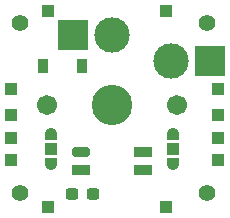
<source format=gbr>
%TF.GenerationSoftware,KiCad,Pcbnew,6.0.5*%
%TF.CreationDate,2022-10-09T08:24:47+11:00*%
%TF.ProjectId,ameoba,616d656f-6261-42e6-9b69-6361645f7063,rev?*%
%TF.SameCoordinates,Original*%
%TF.FileFunction,Soldermask,Bot*%
%TF.FilePolarity,Negative*%
%FSLAX46Y46*%
G04 Gerber Fmt 4.6, Leading zero omitted, Abs format (unit mm)*
G04 Created by KiCad (PCBNEW 6.0.5) date 2022-10-09 08:24:47*
%MOMM*%
%LPD*%
G01*
G04 APERTURE LIST*
G04 Aperture macros list*
%AMRoundRect*
0 Rectangle with rounded corners*
0 $1 Rounding radius*
0 $2 $3 $4 $5 $6 $7 $8 $9 X,Y pos of 4 corners*
0 Add a 4 corners polygon primitive as box body*
4,1,4,$2,$3,$4,$5,$6,$7,$8,$9,$2,$3,0*
0 Add four circle primitives for the rounded corners*
1,1,$1+$1,$2,$3*
1,1,$1+$1,$4,$5*
1,1,$1+$1,$6,$7*
1,1,$1+$1,$8,$9*
0 Add four rect primitives between the rounded corners*
20,1,$1+$1,$2,$3,$4,$5,0*
20,1,$1+$1,$4,$5,$6,$7,0*
20,1,$1+$1,$6,$7,$8,$9,0*
20,1,$1+$1,$8,$9,$2,$3,0*%
%AMFreePoly0*
4,1,18,0.500000,-0.500000,0.000000,-0.500000,0.000000,-0.495033,-0.079941,-0.493568,-0.215256,-0.451293,-0.333266,-0.372738,-0.424486,-0.264219,-0.481581,-0.134460,-0.499963,0.006109,-0.478152,0.146186,-0.417904,0.274511,-0.324060,0.380769,-0.204165,0.456417,-0.067858,0.495374,0.000000,0.494959,0.000000,0.500000,0.500000,0.500000,0.500000,-0.500000,0.500000,-0.500000,$1*%
%AMFreePoly1*
4,1,19,0.000000,0.494959,0.073905,0.494508,0.209726,0.453889,0.328688,0.376782,0.421226,0.269385,0.479903,0.140333,0.500000,0.000000,0.499851,-0.012216,0.476331,-0.152017,0.414519,-0.279596,0.319384,-0.384700,0.198574,-0.458877,0.061801,-0.496166,0.000000,-0.495033,0.000000,-0.500000,-0.500000,-0.500000,-0.500000,0.500000,0.000000,0.500000,0.000000,0.494959,0.000000,0.494959,
$1*%
G04 Aperture macros list end*
%ADD10R,1.000000X1.000000*%
%ADD11C,1.400000*%
%ADD12C,1.701800*%
%ADD13C,3.429000*%
%ADD14C,3.000000*%
%ADD15R,2.600000X2.600000*%
%ADD16FreePoly0,270.000000*%
%ADD17FreePoly1,270.000000*%
%ADD18R,0.900000X1.200000*%
%ADD19R,1.492724X0.824104*%
%ADD20R,1.492724X0.810988*%
%ADD21RoundRect,0.205318X0.539189X0.205318X-0.539189X0.205318X-0.539189X-0.205318X0.539189X-0.205318X0*%
%ADD22R,1.489015X0.821296*%
%ADD23RoundRect,0.237500X0.300000X0.237500X-0.300000X0.237500X-0.300000X-0.237500X0.300000X-0.237500X0*%
G04 APERTURE END LIST*
D10*
%TO.C,*%
X34400000Y-28187847D03*
%TD*%
D11*
%TO.C,H3*%
X33450508Y-18422892D03*
%TD*%
%TO.C,H3*%
X33450508Y-32824487D03*
%TD*%
D10*
%TO.C,*%
X30000000Y-17395497D03*
%TD*%
%TO.C,*%
X16900000Y-30000000D03*
%TD*%
%TO.C,*%
X20000000Y-17400000D03*
%TD*%
%TO.C,*%
X20000000Y-34000000D03*
%TD*%
%TO.C,*%
X34400000Y-30000000D03*
%TD*%
%TO.C,*%
X16900000Y-26200000D03*
%TD*%
%TO.C,*%
X34400000Y-26200000D03*
%TD*%
D11*
%TO.C,H3*%
X17633627Y-32824487D03*
%TD*%
D10*
%TO.C,*%
X30000000Y-34000000D03*
%TD*%
%TO.C,*%
X16900000Y-24000000D03*
%TD*%
%TO.C,*%
X34400000Y-24000000D03*
%TD*%
D11*
%TO.C,H3*%
X17633627Y-18422892D03*
%TD*%
D12*
%TO.C,S18*%
X30900000Y-25400000D03*
X19900000Y-25400000D03*
D13*
X25400000Y-25400000D03*
D14*
X30400000Y-21650000D03*
X25400000Y-19450000D03*
D15*
X22125000Y-19450000D03*
X33675000Y-21650000D03*
%TD*%
D10*
%TO.C,*%
X16900000Y-28187847D03*
%TD*%
D16*
%TO.C,JP2*%
X20282301Y-27790008D03*
D10*
X20282301Y-29070008D03*
D17*
X20282301Y-30350008D03*
%TD*%
D18*
%TO.C,D3*%
X22840772Y-22111848D03*
X19540772Y-22111848D03*
%TD*%
D16*
%TO.C,JP2*%
X30599919Y-27790008D03*
D10*
X30599919Y-29070008D03*
D17*
X30599919Y-30350008D03*
%TD*%
D19*
%TO.C,REF\u002A\u002A*%
X28065013Y-30847946D03*
D20*
X28065013Y-29345495D03*
D21*
X22755893Y-29349364D03*
D22*
X22755893Y-30849352D03*
%TD*%
D23*
%TO.C,REF\u002A\u002A*%
X23770122Y-32944693D03*
X22045122Y-32944693D03*
%TD*%
M02*

</source>
